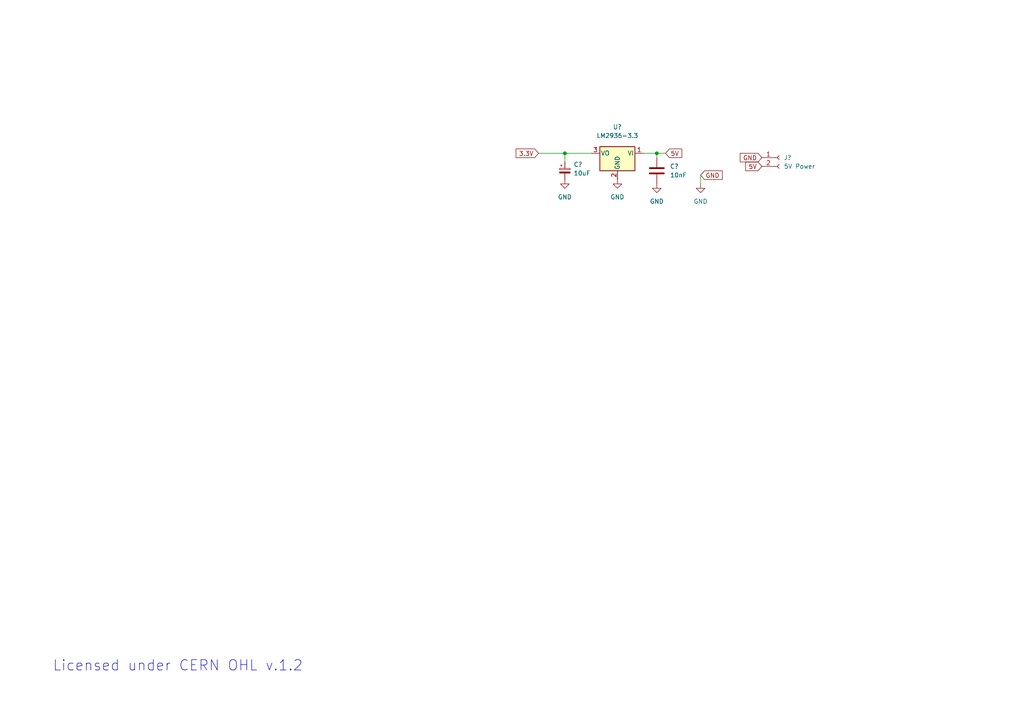
<source format=kicad_sch>
(kicad_sch (version 20211123) (generator eeschema)
  (paper "A4")
  (lib_symbols
    (symbol "Connector:Conn_01x02_Female" (pin_names (offset 1.016) hide)
      (property "Reference" "J" (at 0 2.54 0))
      (property "Value" "Conn_01x02_Female" (at 0 -5.08 0))
      (symbol "Conn_01x02_Female_1_1"
        (arc (start 0 -2.032) (mid -0.508 -2.54) (end 0 -3.048) (stroke (width 0.1524)))
        (polyline (pts (xy -1.27 -2.54) (xy -0.508 -2.54)) (stroke (width 0.1524)))
        (polyline (pts (xy -1.27 0) (xy -0.508 0)) (stroke (width 0.1524)))
        (arc (start 0 0.508) (mid -0.508 0) (end 0 -0.508) (stroke (width 0.1524)))
        (pin passive line (at -5.08 0 0) (length 3.81) (name "Pin_1") (number "1"))
        (pin passive line (at -5.08 -2.54 0) (length 3.81) (name "Pin_2") (number "2"))
      )
    )
    (symbol "Device:C" (pin_numbers hide) (pin_names (offset 0.254))
      (property "Reference" "C" (at 0.635 2.54 0))
      (property "Value" "C" (at 0.635 -2.54 0))
      (symbol "C_0_1"
        (polyline (pts (xy -2.032 -0.762) (xy 2.032 -0.762)) (stroke (width 0.508)))
        (polyline (pts (xy -2.032 0.762) (xy 2.032 0.762)) (stroke (width 0.508)))
      )
      (symbol "C_1_1"
        (pin passive line (at 0 3.81 270) (length 2.794) (name "~") (number "1"))
        (pin passive line (at 0 -3.81 90) (length 2.794) (name "~") (number "2"))
      )
    )
    (symbol "Device:C_Polarized_Small" (pin_numbers hide) (pin_names (offset 0.254) hide)
      (property "Reference" "C" (at 0.254 1.778 0))
      (property "Value" "C_Polarized_Small" (at 0.254 -2.032 0))
      (symbol "C_Polarized_Small_0_1"
        (rectangle (start -1.524 -0.3048) (end 1.524 -0.6858) (fill (type outline)))
        (rectangle (start -1.524 0.6858) (end 1.524 0.3048))
        (polyline (pts (xy -1.27 1.524) (xy -0.762 1.524)))
        (polyline (pts (xy -1.016 1.27) (xy -1.016 1.778)))
      )
      (symbol "C_Polarized_Small_1_1"
        (pin passive line (at 0 2.54 270) (length 1.8542) (name "~") (number "1"))
        (pin passive line (at 0 -2.54 90) (length 1.8542) (name "~") (number "2"))
      )
    )
    (symbol "Regulator_Linear:LM2936-3.3" (pin_names (offset 0.254))
      (property "Reference" "U" (at -3.81 3.175 0))
      (property "Value" "LM2936-3.3" (at 0 3.175 0))
      (symbol "LM2936-3.3_0_1"
        (rectangle (start -5.08 1.905) (end 5.08 -5.08) (stroke (width 0.254)) (fill (type background)))
      )
      (symbol "LM2936-3.3_1_1"
        (pin power_in line (at -7.62 0 0) (length 2.54) (name "VI") (number "1"))
        (pin power_in line (at 0 -7.62 90) (length 2.54) (name "GND") (number "2"))
        (pin power_out line (at 7.62 0 180) (length 2.54) (name "VO") (number "3"))
      )
    )
    (symbol "power:GND" (power) (pin_names (offset 0))
      (property "Value" "GND" (at 0 -3.81 0))
      (symbol "GND_0_1"
        (polyline (pts (xy 0 0) (xy 0 -1.27) (xy 1.27 -1.27) (xy 0 -2.54) (xy -1.27 -1.27) (xy 0 -1.27)))
      )
      (symbol "GND_1_1"
        (pin power_in line (at 0 0 270) (length 0) hide (name "GND") (number "1"))
      )
    )
  )
  (junction (at 163.83 44.45))
  (junction (at 190.5 44.45))
  (wire (pts (xy 163.83 44.45) (xy 163.83 46.99)))
  (wire (pts (xy 186.69 44.45) (xy 190.5 44.45)))
  (wire (pts (xy 190.5 44.45) (xy 190.5 45.72)))
  (wire (pts (xy 163.83 44.45) (xy 171.45 44.45)))
  (wire (pts (xy 203.2 50.8) (xy 203.2 53.34)))
  (wire (pts (xy 156.21 44.45) (xy 163.83 44.45)))
  (wire (pts (xy 190.5 44.45) (xy 193.04 44.45)))
  (text "Licensed under CERN OHL v.1.2" (at 15.24 194.945 0) (effects (font (size 2.9972 2.9972)) (justify left bottom)))
  (global_label "3.3V" (shape input) (at 156.21 44.45 180) (property "Intersheet References" "${INTERSHEET_REFS}" (effects hide)))
  (global_label "5V" (shape input) (at 193.04 44.45 0) (property "Intersheet References" "${INTERSHEET_REFS}" (effects hide)))
  (global_label "5V" (shape input) (at 220.98 48.26 180) (property "Intersheet References" "${INTERSHEET_REFS}" (effects hide)))
  (global_label "GND" (shape input) (at 220.98 45.72 180) (property "Intersheet References" "${INTERSHEET_REFS}" (effects hide)))
  (global_label "GND" (shape input) (at 203.2 50.8 0) (property "Intersheet References" "${INTERSHEET_REFS}" (effects hide)))
  (symbol (lib_id "power:GND") (at 203.2 53.34 0) (unit 1)
    (property "Reference" "#PWR?" (effects hide))
    (property "Value" "GND" (at 203.2 58.42 0))
  )
  (symbol (lib_id "power:GND") (at 163.83 52.07 0) (unit 1)
    (property "Reference" "#PWR?" (effects hide))
    (property "Value" "GND" (at 163.83 57.15 0))
  )
  (symbol (lib_id "Device:C_Polarized_Small") (at 163.83 49.53 0) (unit 1)
    (property "Reference" "C?" (at 166.37 47.7138 0) (effects (justify left)))
    (property "Value" "10uF" (at 166.37 50.2538 0) (effects (justify left)))
  )
  (symbol (lib_id "Device:C") (at 190.5 49.53 0) (unit 1)
    (property "Reference" "C?" (at 194.31 48.2599 0) (effects (justify left)))
    (property "Value" "10nF" (at 194.31 50.7999 0) (effects (justify left)))
  )
  (symbol (lib_id "Regulator_Linear:LM2936-3.3") (at 179.07 44.45 0) (mirror y) (unit 1)
    (property "Reference" "U?" (at 179.07 36.83 0))
    (property "Value" "LM2936-3.3" (at 179.07 39.37 0))
    (property "Datasheet" "http://www.ti.com/lit/ds/symlink/lm2936.pdf" (effects hide))
  )
  (symbol (lib_id "Connector:Conn_01x02_Female") (at 226.06 45.72 0) (unit 1)
    (property "Reference" "J?" (at 227.33 45.7199 0) (effects (justify left)))
    (property "Value" "5V Power" (at 227.33 48.2599 0) (effects (justify left)))
  )
  (symbol (lib_id "power:GND") (at 179.07 52.07 0) (unit 1)
    (property "Reference" "#PWR?" (effects hide))
    (property "Value" "GND" (at 179.07 57.15 0))
  )
  (symbol (lib_id "power:GND") (at 190.5 53.34 0) (unit 1)
    (property "Reference" "#PWR?" (effects hide))
    (property "Value" "GND" (at 190.5 58.42 0))
  )
)
</source>
